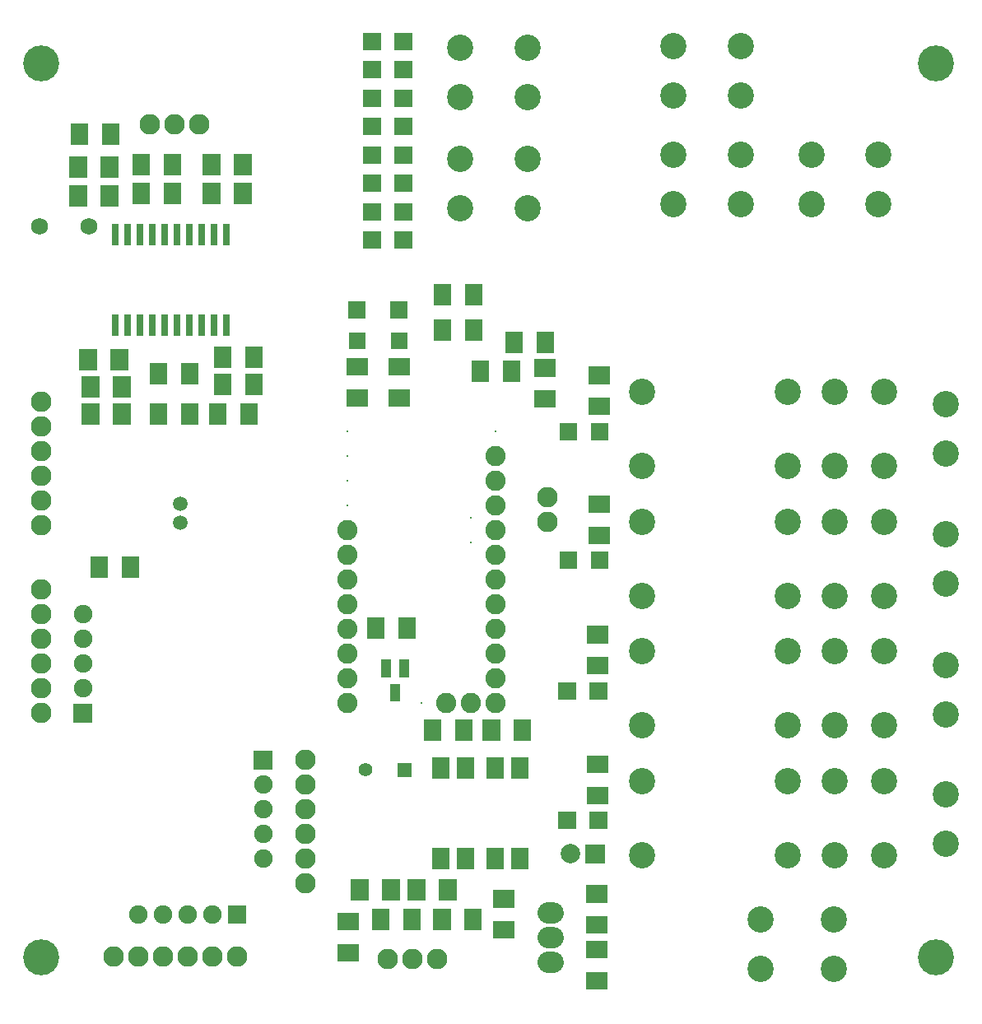
<source format=gts>
G04 Layer: TopSolderMaskLayer*
G04 EasyEDA v6.4.17, 2021-03-22T15:56:55+00:00*
G04 658c0ce66da44e4f8c80b51cc6799b00,637d308c6d204718a186f4f1e4ce3e04,10*
G04 Gerber Generator version 0.2*
G04 Scale: 100 percent, Rotated: No, Reflected: No *
G04 Dimensions in millimeters *
G04 leading zeros omitted , absolute positions ,4 integer and 5 decimal *
%FSLAX45Y45*%
%MOMM*%

%ADD47C,2.2352*%
%ADD48C,3.7032*%
%ADD49C,1.7272*%
%ADD51R,1.8032X1.8032*%
%ADD53C,2.0032*%
%ADD54R,0.7620X2.1844*%
%ADD55C,2.1132*%
%ADD59C,0.3032*%
%ADD60C,2.0828*%
%ADD62C,1.4032*%
%ADD63C,1.5032*%
%ADD64C,2.7032*%
%ADD66C,1.9032*%

%LPD*%
D47*
X5664200Y-9398000D02*
G01*
X5613400Y-9398000D01*
X5664200Y-9652000D02*
G01*
X5613400Y-9652000D01*
X5664200Y-9144000D02*
G01*
X5613400Y-9144000D01*
D48*
G01*
X399999Y-9600006D03*
G01*
X399999Y-399999D03*
G01*
X9600006Y-399999D03*
G01*
X9600006Y-9600006D03*
D49*
G01*
X381000Y-2082800D03*
G01*
X889000Y-2082800D03*
G36*
X1022350Y-1240536D02*
G01*
X1022350Y-1020063D01*
X1202689Y-1020063D01*
X1202689Y-1240536D01*
G37*
G36*
X702310Y-1240536D02*
G01*
X702310Y-1020063D01*
X882650Y-1020063D01*
X882650Y-1240536D01*
G37*
G36*
X1337310Y-1850136D02*
G01*
X1337310Y-1629663D01*
X1517650Y-1629663D01*
X1517650Y-1850136D01*
G37*
G36*
X1657350Y-1850136D02*
G01*
X1657350Y-1629663D01*
X1837689Y-1629663D01*
X1837689Y-1850136D01*
G37*
G36*
X2444750Y-4123436D02*
G01*
X2444750Y-3902963D01*
X2625090Y-3902963D01*
X2625090Y-4123436D01*
G37*
G36*
X2124710Y-4123436D02*
G01*
X2124710Y-3902963D01*
X2305050Y-3902963D01*
X2305050Y-4123436D01*
G37*
G36*
X1515110Y-4123436D02*
G01*
X1515110Y-3902963D01*
X1695450Y-3902963D01*
X1695450Y-4123436D01*
G37*
G36*
X1835150Y-4123436D02*
G01*
X1835150Y-3902963D01*
X2015489Y-3902963D01*
X2015489Y-4123436D01*
G37*
G36*
X1515110Y-3704336D02*
G01*
X1515110Y-3483863D01*
X1695450Y-3483863D01*
X1695450Y-3704336D01*
G37*
G36*
X1835150Y-3704336D02*
G01*
X1835150Y-3483863D01*
X2015489Y-3483863D01*
X2015489Y-3704336D01*
G37*
G36*
X1657350Y-1558036D02*
G01*
X1657350Y-1337563D01*
X1837689Y-1337563D01*
X1837689Y-1558036D01*
G37*
G36*
X1337310Y-1558036D02*
G01*
X1337310Y-1337563D01*
X1517650Y-1337563D01*
X1517650Y-1558036D01*
G37*
G36*
X3712209Y-560070D02*
G01*
X3712209Y-379729D01*
X3892550Y-379729D01*
X3892550Y-560070D01*
G37*
G36*
X4032250Y-560070D02*
G01*
X4032250Y-379729D01*
X4212590Y-379729D01*
X4212590Y-560070D01*
G37*
G36*
X3712209Y-2312670D02*
G01*
X3712209Y-2132329D01*
X3892550Y-2132329D01*
X3892550Y-2312670D01*
G37*
G36*
X4032250Y-2312670D02*
G01*
X4032250Y-2132329D01*
X4212590Y-2132329D01*
X4212590Y-2312670D01*
G37*
G36*
X3712209Y-852170D02*
G01*
X3712209Y-671829D01*
X3892550Y-671829D01*
X3892550Y-852170D01*
G37*
G36*
X4032250Y-852170D02*
G01*
X4032250Y-671829D01*
X4212590Y-671829D01*
X4212590Y-852170D01*
G37*
G36*
X3712209Y-1144270D02*
G01*
X3712209Y-963929D01*
X3892550Y-963929D01*
X3892550Y-1144270D01*
G37*
G36*
X4032250Y-1144270D02*
G01*
X4032250Y-963929D01*
X4212590Y-963929D01*
X4212590Y-1144270D01*
G37*
G36*
X3712209Y-1436370D02*
G01*
X3712209Y-1256029D01*
X3892550Y-1256029D01*
X3892550Y-1436370D01*
G37*
G36*
X4032250Y-1436370D02*
G01*
X4032250Y-1256029D01*
X4212590Y-1256029D01*
X4212590Y-1436370D01*
G37*
G36*
X3712209Y-1728470D02*
G01*
X3712209Y-1548129D01*
X3892550Y-1548129D01*
X3892550Y-1728470D01*
G37*
G36*
X4032250Y-1728470D02*
G01*
X4032250Y-1548129D01*
X4212590Y-1548129D01*
X4212590Y-1728470D01*
G37*
G36*
X3712209Y-2020570D02*
G01*
X3712209Y-1840229D01*
X3892550Y-1840229D01*
X3892550Y-2020570D01*
G37*
G36*
X4032250Y-2020570D02*
G01*
X4032250Y-1840229D01*
X4212590Y-1840229D01*
X4212590Y-2020570D01*
G37*
G36*
X3712209Y-267970D02*
G01*
X3712209Y-87629D01*
X3892550Y-87629D01*
X3892550Y-267970D01*
G37*
G36*
X4032250Y-267970D02*
G01*
X4032250Y-87629D01*
X4212590Y-87629D01*
X4212590Y-267970D01*
G37*
G36*
X689610Y-1875536D02*
G01*
X689610Y-1655063D01*
X869950Y-1655063D01*
X869950Y-1875536D01*
G37*
G36*
X1009650Y-1875536D02*
G01*
X1009650Y-1655063D01*
X1189989Y-1655063D01*
X1189989Y-1875536D01*
G37*
G36*
X689610Y-1583436D02*
G01*
X689610Y-1362963D01*
X869950Y-1362963D01*
X869950Y-1583436D01*
G37*
G36*
X1009650Y-1583436D02*
G01*
X1009650Y-1362963D01*
X1189989Y-1362963D01*
X1189989Y-1583436D01*
G37*
G36*
X2061210Y-1850136D02*
G01*
X2061210Y-1629663D01*
X2241550Y-1629663D01*
X2241550Y-1850136D01*
G37*
G36*
X2381250Y-1850136D02*
G01*
X2381250Y-1629663D01*
X2561590Y-1629663D01*
X2561590Y-1850136D01*
G37*
G36*
X2061210Y-1558036D02*
G01*
X2061210Y-1337563D01*
X2241550Y-1337563D01*
X2241550Y-1558036D01*
G37*
G36*
X2381250Y-1558036D02*
G01*
X2381250Y-1337563D01*
X2561590Y-1337563D01*
X2561590Y-1558036D01*
G37*
G36*
X816610Y-4123436D02*
G01*
X816610Y-3902963D01*
X996950Y-3902963D01*
X996950Y-4123436D01*
G37*
G36*
X1136650Y-4123436D02*
G01*
X1136650Y-3902963D01*
X1316989Y-3902963D01*
X1316989Y-4123436D01*
G37*
G36*
X816610Y-3844036D02*
G01*
X816610Y-3623563D01*
X996950Y-3623563D01*
X996950Y-3844036D01*
G37*
G36*
X1136650Y-3844036D02*
G01*
X1136650Y-3623563D01*
X1316989Y-3623563D01*
X1316989Y-3844036D01*
G37*
G36*
X791210Y-3564636D02*
G01*
X791210Y-3344163D01*
X971550Y-3344163D01*
X971550Y-3564636D01*
G37*
G36*
X1111250Y-3564636D02*
G01*
X1111250Y-3344163D01*
X1291589Y-3344163D01*
X1291589Y-3564636D01*
G37*
G36*
X2175510Y-3818636D02*
G01*
X2175510Y-3598163D01*
X2355850Y-3598163D01*
X2355850Y-3818636D01*
G37*
G36*
X2495550Y-3818636D02*
G01*
X2495550Y-3598163D01*
X2675890Y-3598163D01*
X2675890Y-3818636D01*
G37*
G36*
X2175510Y-3539236D02*
G01*
X2175510Y-3318763D01*
X2355850Y-3318763D01*
X2355850Y-3539236D01*
G37*
G36*
X2495550Y-3539236D02*
G01*
X2495550Y-3318763D01*
X2675890Y-3318763D01*
X2675890Y-3539236D01*
G37*
G36*
X5995924Y-8634476D02*
G01*
X5995924Y-8434324D01*
X6196075Y-8434324D01*
X6196075Y-8634476D01*
G37*
D53*
G01*
X5842000Y-8534400D03*
D54*
G01*
X1155700Y-3096260D03*
G01*
X1282700Y-3096260D03*
G01*
X1409700Y-3096260D03*
G01*
X1536700Y-3096260D03*
G01*
X1663700Y-3096260D03*
G01*
X1790700Y-3096260D03*
G01*
X1917700Y-3096260D03*
G01*
X2044700Y-3096260D03*
G01*
X2171700Y-3096260D03*
G01*
X2298700Y-3096260D03*
G01*
X2298700Y-2161539D03*
G01*
X2171700Y-2161539D03*
G01*
X2044700Y-2161539D03*
G01*
X1917700Y-2161539D03*
G01*
X1790700Y-2161539D03*
G01*
X1663700Y-2161539D03*
G01*
X1536700Y-2161539D03*
G01*
X1409700Y-2161539D03*
G01*
X1282700Y-2161539D03*
G01*
X1155700Y-2161539D03*
D55*
G01*
X3962400Y-9613900D03*
G01*
X4216400Y-9613900D03*
G01*
X4470400Y-9613900D03*
G36*
X3988561Y-6965950D02*
G01*
X3988561Y-6785610D01*
X4088638Y-6785610D01*
X4088638Y-6965950D01*
G37*
G36*
X3893565Y-6716013D02*
G01*
X3893565Y-6535673D01*
X3993641Y-6535673D01*
X3993641Y-6716013D01*
G37*
G36*
X4083558Y-6716013D02*
G01*
X4083558Y-6535673D01*
X4183634Y-6535673D01*
X4183634Y-6716013D01*
G37*
G36*
X4982209Y-8690355D02*
G01*
X4982209Y-8470137D01*
X5152390Y-8470137D01*
X5152390Y-8690355D01*
G37*
G36*
X5236209Y-8690355D02*
G01*
X5236209Y-8470137D01*
X5406390Y-8470137D01*
X5406390Y-8690355D01*
G37*
G36*
X5236209Y-7760462D02*
G01*
X5236209Y-7540244D01*
X5406390Y-7540244D01*
X5406390Y-7760462D01*
G37*
G36*
X4982209Y-7760462D02*
G01*
X4982209Y-7540244D01*
X5152390Y-7540244D01*
X5152390Y-7760462D01*
G37*
G36*
X4423409Y-8690355D02*
G01*
X4423409Y-8470137D01*
X4593590Y-8470137D01*
X4593590Y-8690355D01*
G37*
G36*
X4677409Y-8690355D02*
G01*
X4677409Y-8470137D01*
X4847590Y-8470137D01*
X4847590Y-8690355D01*
G37*
G36*
X4677409Y-7760462D02*
G01*
X4677409Y-7540244D01*
X4847590Y-7540244D01*
X4847590Y-7760462D01*
G37*
G36*
X4423409Y-7760462D02*
G01*
X4423409Y-7540244D01*
X4593590Y-7540244D01*
X4593590Y-7760462D01*
G37*
G36*
X905510Y-5698236D02*
G01*
X905510Y-5477763D01*
X1085850Y-5477763D01*
X1085850Y-5698236D01*
G37*
G36*
X1225550Y-5698236D02*
G01*
X1225550Y-5477763D01*
X1405889Y-5477763D01*
X1405889Y-5698236D01*
G37*
G36*
X5998463Y-9036050D02*
G01*
X5998463Y-8855710D01*
X6218936Y-8855710D01*
X6218936Y-9036050D01*
G37*
G36*
X5998463Y-9356089D02*
G01*
X5998463Y-9175750D01*
X6218936Y-9175750D01*
X6218936Y-9356089D01*
G37*
G36*
X5998463Y-9927589D02*
G01*
X5998463Y-9747250D01*
X6218936Y-9747250D01*
X6218936Y-9927589D01*
G37*
G36*
X5998463Y-9607550D02*
G01*
X5998463Y-9427210D01*
X6218936Y-9427210D01*
X6218936Y-9607550D01*
G37*
G36*
X4756150Y-2891536D02*
G01*
X4756150Y-2671063D01*
X4936490Y-2671063D01*
X4936490Y-2891536D01*
G37*
G36*
X4436109Y-2891536D02*
G01*
X4436109Y-2671063D01*
X4616450Y-2671063D01*
X4616450Y-2891536D01*
G37*
D59*
G01*
X4813300Y-5334000D03*
G01*
X4813300Y-5080000D03*
G01*
X5067300Y-4191000D03*
G01*
X3543300Y-4191000D03*
G01*
X3543300Y-4445000D03*
G01*
X3543300Y-4953000D03*
G01*
X3543300Y-4699000D03*
G01*
X4305300Y-6985000D03*
D60*
G01*
X3543300Y-5207000D03*
G01*
X3543300Y-5461000D03*
G01*
X3543300Y-5715000D03*
G01*
X3543300Y-5969000D03*
G01*
X3543300Y-6223000D03*
G01*
X3543300Y-6477000D03*
G01*
X3543300Y-6731000D03*
G01*
X3543300Y-6985000D03*
G01*
X5067300Y-6985000D03*
G01*
X5067300Y-6731000D03*
G01*
X5067300Y-6477000D03*
G01*
X5067300Y-6223000D03*
G01*
X5067300Y-5969000D03*
G01*
X5067300Y-5715000D03*
G01*
X5067300Y-5461000D03*
G01*
X5067300Y-5207000D03*
G01*
X5067300Y-4953000D03*
G01*
X5067300Y-4699000D03*
G01*
X5067300Y-4445000D03*
G01*
X4813300Y-6985000D03*
G01*
X4559300Y-6985000D03*
G36*
X4066793Y-7740904D02*
G01*
X4066793Y-7600695D01*
X4207002Y-7600695D01*
X4207002Y-7740904D01*
G37*
D62*
G01*
X3737000Y-7670800D03*
D63*
G01*
X1828800Y-4929200D03*
G01*
X1828800Y-5129199D03*
D64*
G01*
X9067800Y-7213600D03*
G01*
X8559800Y-7213600D03*
G01*
X8077200Y-7213600D03*
G01*
X8077200Y-6451600D03*
G01*
X8559800Y-6451600D03*
G01*
X9067800Y-6451600D03*
G01*
X6578600Y-7213600D03*
G01*
X6578600Y-6451600D03*
G01*
X9067800Y-8547100D03*
G01*
X8559800Y-8547100D03*
G01*
X8077200Y-8547100D03*
G01*
X8077200Y-7785100D03*
G01*
X8559800Y-7785100D03*
G01*
X9067800Y-7785100D03*
G01*
X6578600Y-8547100D03*
G01*
X6578600Y-7785100D03*
G36*
X5045963Y-9086850D02*
G01*
X5045963Y-8906510D01*
X5266436Y-8906510D01*
X5266436Y-9086850D01*
G37*
G36*
X5045963Y-9406889D02*
G01*
X5045963Y-9226550D01*
X5266436Y-9226550D01*
X5266436Y-9406889D01*
G37*
G36*
X4489450Y-9012936D02*
G01*
X4489450Y-8792463D01*
X4669790Y-8792463D01*
X4669790Y-9012936D01*
G37*
G36*
X4169409Y-9012936D02*
G01*
X4169409Y-8792463D01*
X4349750Y-8792463D01*
X4349750Y-9012936D01*
G37*
G36*
X3905250Y-9012936D02*
G01*
X3905250Y-8792463D01*
X4085590Y-8792463D01*
X4085590Y-9012936D01*
G37*
G36*
X3585209Y-9012936D02*
G01*
X3585209Y-8792463D01*
X3765550Y-8792463D01*
X3765550Y-9012936D01*
G37*
G36*
X3445763Y-9320529D02*
G01*
X3445763Y-9140189D01*
X3666236Y-9140189D01*
X3666236Y-9320529D01*
G37*
G36*
X3445763Y-9640570D02*
G01*
X3445763Y-9460229D01*
X3666236Y-9460229D01*
X3666236Y-9640570D01*
G37*
G36*
X5259070Y-7374636D02*
G01*
X5259070Y-7154163D01*
X5439409Y-7154163D01*
X5439409Y-7374636D01*
G37*
G36*
X4939029Y-7374636D02*
G01*
X4939029Y-7154163D01*
X5119370Y-7154163D01*
X5119370Y-7374636D01*
G37*
G36*
X4334509Y-7374636D02*
G01*
X4334509Y-7154163D01*
X4514850Y-7154163D01*
X4514850Y-7374636D01*
G37*
G36*
X4654550Y-7374636D02*
G01*
X4654550Y-7154163D01*
X4834890Y-7154163D01*
X4834890Y-7374636D01*
G37*
G36*
X5144008Y-3676650D02*
G01*
X5144008Y-3456178D01*
X5324347Y-3456178D01*
X5324347Y-3676650D01*
G37*
G36*
X4823968Y-3676650D02*
G01*
X4823968Y-3456178D01*
X5004308Y-3456178D01*
X5004308Y-3676650D01*
G37*
G36*
X5492750Y-3386836D02*
G01*
X5492750Y-3166363D01*
X5673090Y-3166363D01*
X5673090Y-3386836D01*
G37*
G36*
X5172709Y-3386836D02*
G01*
X5172709Y-3166363D01*
X5353050Y-3166363D01*
X5353050Y-3386836D01*
G37*
G36*
X5465063Y-3625850D02*
G01*
X5465063Y-3445510D01*
X5685536Y-3445510D01*
X5685536Y-3625850D01*
G37*
G36*
X5465063Y-3945889D02*
G01*
X5465063Y-3765550D01*
X5685536Y-3765550D01*
X5685536Y-3945889D01*
G37*
G36*
X4070350Y-6320536D02*
G01*
X4070350Y-6100063D01*
X4250690Y-6100063D01*
X4250690Y-6320536D01*
G37*
G36*
X3750309Y-6320536D02*
G01*
X3750309Y-6100063D01*
X3930650Y-6100063D01*
X3930650Y-6320536D01*
G37*
G36*
X4751070Y-9317736D02*
G01*
X4751070Y-9097263D01*
X4931409Y-9097263D01*
X4931409Y-9317736D01*
G37*
G36*
X4431029Y-9317736D02*
G01*
X4431029Y-9097263D01*
X4611370Y-9097263D01*
X4611370Y-9317736D01*
G37*
G36*
X3801109Y-9317736D02*
G01*
X3801109Y-9097263D01*
X3981450Y-9097263D01*
X3981450Y-9317736D01*
G37*
G36*
X4121150Y-9317736D02*
G01*
X4121150Y-9097263D01*
X4301490Y-9097263D01*
X4301490Y-9317736D01*
G37*
G36*
X6038850Y-8281670D02*
G01*
X6038850Y-8101329D01*
X6219190Y-8101329D01*
X6219190Y-8281670D01*
G37*
G36*
X5718809Y-8281670D02*
G01*
X5718809Y-8101329D01*
X5899150Y-8101329D01*
X5899150Y-8281670D01*
G37*
G36*
X6038850Y-6948170D02*
G01*
X6038850Y-6767829D01*
X6219190Y-6767829D01*
X6219190Y-6948170D01*
G37*
G36*
X5718809Y-6948170D02*
G01*
X5718809Y-6767829D01*
X5899150Y-6767829D01*
X5899150Y-6948170D01*
G37*
G36*
X6051550Y-5601970D02*
G01*
X6051550Y-5421629D01*
X6231890Y-5421629D01*
X6231890Y-5601970D01*
G37*
G36*
X5731509Y-5601970D02*
G01*
X5731509Y-5421629D01*
X5911850Y-5421629D01*
X5911850Y-5601970D01*
G37*
G36*
X6051550Y-4281170D02*
G01*
X6051550Y-4100829D01*
X6231890Y-4100829D01*
X6231890Y-4281170D01*
G37*
G36*
X5731509Y-4281170D02*
G01*
X5731509Y-4100829D01*
X5911850Y-4100829D01*
X5911850Y-4281170D01*
G37*
D55*
G01*
X393700Y-5816600D03*
G01*
X393700Y-6070600D03*
G01*
X393700Y-6324600D03*
G01*
X393700Y-6578600D03*
G01*
X393700Y-6832600D03*
G01*
X393700Y-7086600D03*
G01*
X1143000Y-9588500D03*
G01*
X1397000Y-9588500D03*
G01*
X1651000Y-9588500D03*
G01*
X1905000Y-9588500D03*
G01*
X2159000Y-9588500D03*
G01*
X2413000Y-9588500D03*
G01*
X3111500Y-8839200D03*
G01*
X3111500Y-8585200D03*
G01*
X3111500Y-8331200D03*
G01*
X3111500Y-8077200D03*
G01*
X3111500Y-7823200D03*
G01*
X3111500Y-7569200D03*
G01*
X393700Y-3886200D03*
G01*
X393700Y-4140200D03*
G01*
X393700Y-4394200D03*
G01*
X393700Y-4648200D03*
G01*
X393700Y-4902200D03*
G01*
X393700Y-5156200D03*
G36*
X730250Y-7181850D02*
G01*
X730250Y-6991350D01*
X920750Y-6991350D01*
X920750Y-7181850D01*
G37*
D66*
G01*
X825500Y-6832600D03*
G01*
X825500Y-6578600D03*
G01*
X825500Y-6324600D03*
G01*
X825500Y-6070600D03*
G36*
X2317750Y-9251950D02*
G01*
X2317750Y-9061450D01*
X2508250Y-9061450D01*
X2508250Y-9251950D01*
G37*
G01*
X2159000Y-9156700D03*
G01*
X1905000Y-9156700D03*
G01*
X1651000Y-9156700D03*
G01*
X1397000Y-9156700D03*
G36*
X2584450Y-7664450D02*
G01*
X2584450Y-7473950D01*
X2774950Y-7473950D01*
X2774950Y-7664450D01*
G37*
G01*
X2679700Y-7823200D03*
G01*
X2679700Y-8077200D03*
G01*
X2679700Y-8331200D03*
G01*
X2679700Y-8585200D03*
G36*
X4436109Y-3259836D02*
G01*
X4436109Y-3039363D01*
X4616450Y-3039363D01*
X4616450Y-3259836D01*
G37*
G36*
X4756150Y-3259836D02*
G01*
X4756150Y-3039363D01*
X4936490Y-3039363D01*
X4936490Y-3259836D01*
G37*
D51*
G01*
X4076700Y-3258820D03*
G36*
X3986529Y-3028950D02*
G01*
X3986529Y-2848610D01*
X4166870Y-2848610D01*
X4166870Y-3028950D01*
G37*
G01*
X3644900Y-3258820D03*
G36*
X3554729Y-3028950D02*
G01*
X3554729Y-2848610D01*
X3735070Y-2848610D01*
X3735070Y-3028950D01*
G37*
D64*
G01*
X9067800Y-5880100D03*
G01*
X8559800Y-5880100D03*
G01*
X8077200Y-5880100D03*
G01*
X8077200Y-5118100D03*
G01*
X8559800Y-5118100D03*
G01*
X9067800Y-5118100D03*
G01*
X6578600Y-5880100D03*
G01*
X6578600Y-5118100D03*
G01*
X9702800Y-8432800D03*
G01*
X9702800Y-7924800D03*
G01*
X9702800Y-5753100D03*
G01*
X9702800Y-5245100D03*
G01*
X9004300Y-1854200D03*
G01*
X9004300Y-1346200D03*
G01*
X8547100Y-9715500D03*
G01*
X8547100Y-9207500D03*
G01*
X7797800Y-9715500D03*
G01*
X7797800Y-9207500D03*
G01*
X9702800Y-7099300D03*
G01*
X9702800Y-6591300D03*
G01*
X9702800Y-4419600D03*
G01*
X9702800Y-3911600D03*
G01*
X9067800Y-4546600D03*
G01*
X8559800Y-4546600D03*
G01*
X8077200Y-4546600D03*
G01*
X8077200Y-3784600D03*
G01*
X8559800Y-3784600D03*
G01*
X9067800Y-3784600D03*
G01*
X6578600Y-4546600D03*
G01*
X6578600Y-3784600D03*
G01*
X8318500Y-1346200D03*
G01*
X8318500Y-1854200D03*
G01*
X7594600Y-1346200D03*
G01*
X7594600Y-1854200D03*
G01*
X6896100Y-228600D03*
G01*
X6896100Y-736600D03*
G01*
X7594600Y-228600D03*
G01*
X7594600Y-736600D03*
G01*
X6896100Y-1346200D03*
G01*
X6896100Y-1854200D03*
G01*
X4705350Y-1892300D03*
G01*
X4705350Y-1384300D03*
G01*
X5403850Y-749300D03*
G01*
X5403850Y-241300D03*
G01*
X5403850Y-1892300D03*
G01*
X5403850Y-1384300D03*
G01*
X4705350Y-241300D03*
G01*
X4705350Y-749300D03*
G36*
X3966463Y-3613150D02*
G01*
X3966463Y-3432810D01*
X4186936Y-3432810D01*
X4186936Y-3613150D01*
G37*
G36*
X3966463Y-3933189D02*
G01*
X3966463Y-3752850D01*
X4186936Y-3752850D01*
X4186936Y-3933189D01*
G37*
G36*
X3534663Y-3613150D02*
G01*
X3534663Y-3432810D01*
X3755136Y-3432810D01*
X3755136Y-3613150D01*
G37*
G36*
X3534663Y-3933189D02*
G01*
X3534663Y-3752850D01*
X3755136Y-3752850D01*
X3755136Y-3933189D01*
G37*
G36*
X6011163Y-7702550D02*
G01*
X6011163Y-7522210D01*
X6231636Y-7522210D01*
X6231636Y-7702550D01*
G37*
G36*
X6011163Y-8022589D02*
G01*
X6011163Y-7842250D01*
X6231636Y-7842250D01*
X6231636Y-8022589D01*
G37*
G36*
X6011163Y-6369050D02*
G01*
X6011163Y-6188710D01*
X6231636Y-6188710D01*
X6231636Y-6369050D01*
G37*
G36*
X6011163Y-6689089D02*
G01*
X6011163Y-6508750D01*
X6231636Y-6508750D01*
X6231636Y-6689089D01*
G37*
G36*
X6023863Y-5027929D02*
G01*
X6023863Y-4847589D01*
X6244336Y-4847589D01*
X6244336Y-5027929D01*
G37*
G36*
X6023863Y-5347970D02*
G01*
X6023863Y-5167629D01*
X6244336Y-5167629D01*
X6244336Y-5347970D01*
G37*
G36*
X6023863Y-3702050D02*
G01*
X6023863Y-3521710D01*
X6244336Y-3521710D01*
X6244336Y-3702050D01*
G37*
G36*
X6023863Y-4022089D02*
G01*
X6023863Y-3841750D01*
X6244336Y-3841750D01*
X6244336Y-4022089D01*
G37*
D55*
G01*
X2019300Y-1028700D03*
G01*
X1765300Y-1028700D03*
G01*
X1511300Y-1028700D03*
G01*
X5600700Y-4864100D03*
G01*
X5600700Y-5118100D03*
M02*

</source>
